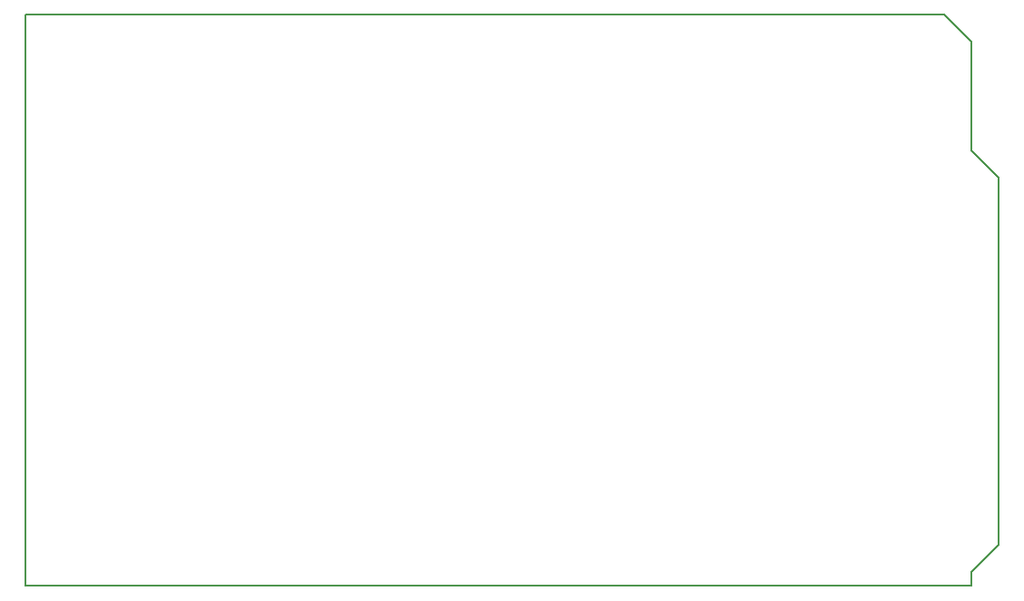
<source format=gbr>
%TF.GenerationSoftware,KiCad,Pcbnew,(6.0.9)*%
%TF.CreationDate,2023-03-29T13:39:39-08:00*%
%TF.ProjectId,ABSIS_HID Bus Master,41425349-535f-4484-9944-20427573204d,2*%
%TF.SameCoordinates,Original*%
%TF.FileFunction,Profile,NP*%
%FSLAX46Y46*%
G04 Gerber Fmt 4.6, Leading zero omitted, Abs format (unit mm)*
G04 Created by KiCad (PCBNEW (6.0.9)) date 2023-03-29 13:39:39*
%MOMM*%
%LPD*%
G01*
G04 APERTURE LIST*
%TA.AperFunction,Profile*%
%ADD10C,0.150000*%
%TD*%
G04 APERTURE END LIST*
D10*
X0Y53340000D02*
X85725000Y53340000D01*
X0Y0D02*
X88265000Y0D01*
X0Y0D02*
X0Y53340000D01*
X88265000Y1270000D02*
X88265000Y0D01*
X90805000Y3810000D02*
X88265000Y1270000D01*
X90805000Y38100000D02*
X90805000Y3810000D01*
X88265000Y40640000D02*
X90805000Y38100000D01*
X88265000Y50800000D02*
X88265000Y40640000D01*
X85725000Y53340000D02*
X88265000Y50800000D01*
M02*

</source>
